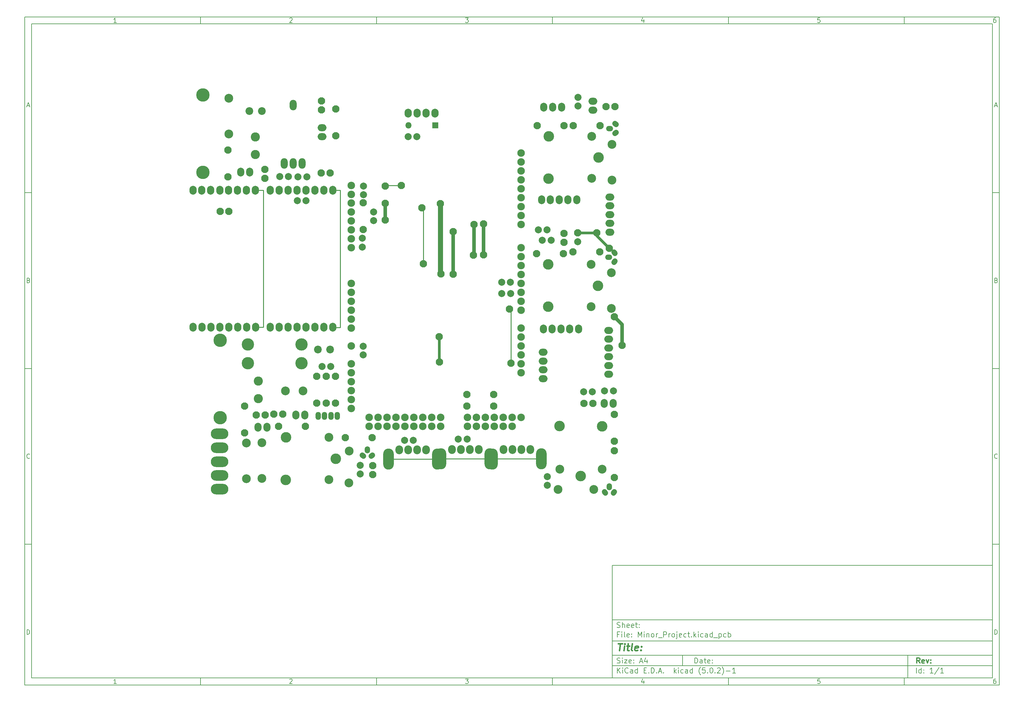
<source format=gbr>
G04 #@! TF.GenerationSoftware,KiCad,Pcbnew,(5.0.2)-1*
G04 #@! TF.CreationDate,2019-08-12T16:14:08+05:45*
G04 #@! TF.ProjectId,Minor_Project,4d696e6f-725f-4507-926f-6a6563742e6b,rev?*
G04 #@! TF.SameCoordinates,Original*
G04 #@! TF.FileFunction,Copper,L1,Top*
G04 #@! TF.FilePolarity,Positive*
%FSLAX46Y46*%
G04 Gerber Fmt 4.6, Leading zero omitted, Abs format (unit mm)*
G04 Created by KiCad (PCBNEW (5.0.2)-1) date 8/12/2019 4:14:08 PM*
%MOMM*%
%LPD*%
G01*
G04 APERTURE LIST*
%ADD10C,0.100000*%
%ADD11C,0.150000*%
%ADD12C,0.300000*%
%ADD13C,0.400000*%
G04 #@! TA.AperFunction,ComponentPad*
%ADD14C,2.100000*%
G04 #@! TD*
G04 #@! TA.AperFunction,ComponentPad*
%ADD15C,2.150000*%
G04 #@! TD*
G04 #@! TA.AperFunction,ComponentPad*
%ADD16O,1.500000X2.300000*%
G04 #@! TD*
G04 #@! TA.AperFunction,ComponentPad*
%ADD17O,3.000000X6.000000*%
G04 #@! TD*
G04 #@! TA.AperFunction,ComponentPad*
%ADD18O,2.200000X2.500000*%
G04 #@! TD*
G04 #@! TA.AperFunction,ComponentPad*
%ADD19C,2.000000*%
G04 #@! TD*
G04 #@! TA.AperFunction,ComponentPad*
%ADD20C,2.500000*%
G04 #@! TD*
G04 #@! TA.AperFunction,ComponentPad*
%ADD21O,5.000000X3.000000*%
G04 #@! TD*
G04 #@! TA.AperFunction,ComponentPad*
%ADD22C,2.200000*%
G04 #@! TD*
G04 #@! TA.AperFunction,ComponentPad*
%ADD23R,1.800000X1.800000*%
G04 #@! TD*
G04 #@! TA.AperFunction,ComponentPad*
%ADD24O,1.800000X1.800000*%
G04 #@! TD*
G04 #@! TA.AperFunction,ComponentPad*
%ADD25C,3.500000*%
G04 #@! TD*
G04 #@! TA.AperFunction,ComponentPad*
%ADD26C,3.810000*%
G04 #@! TD*
G04 #@! TA.AperFunction,ComponentPad*
%ADD27O,2.500000X2.000000*%
G04 #@! TD*
G04 #@! TA.AperFunction,ComponentPad*
%ADD28O,2.000000X2.500000*%
G04 #@! TD*
G04 #@! TA.AperFunction,ComponentPad*
%ADD29C,2.600000*%
G04 #@! TD*
G04 #@! TA.AperFunction,ComponentPad*
%ADD30O,2.000000X1.500000*%
G04 #@! TD*
G04 #@! TA.AperFunction,ComponentPad*
%ADD31C,1.500000*%
G04 #@! TD*
G04 #@! TA.AperFunction,Conductor*
%ADD32C,1.500000*%
G04 #@! TD*
G04 #@! TA.AperFunction,ComponentPad*
%ADD33O,1.500000X2.000000*%
G04 #@! TD*
G04 #@! TA.AperFunction,ComponentPad*
%ADD34C,3.000000*%
G04 #@! TD*
G04 #@! TA.AperFunction,ComponentPad*
%ADD35O,2.000000X3.000000*%
G04 #@! TD*
G04 #@! TA.AperFunction,ComponentPad*
%ADD36O,2.050000X2.500000*%
G04 #@! TD*
G04 #@! TA.AperFunction,ViaPad*
%ADD37C,2.100000*%
G04 #@! TD*
G04 #@! TA.AperFunction,Conductor*
%ADD38C,1.400000*%
G04 #@! TD*
G04 #@! TA.AperFunction,Conductor*
%ADD39C,0.800000*%
G04 #@! TD*
G04 #@! TA.AperFunction,Conductor*
%ADD40C,0.250000*%
G04 #@! TD*
G04 #@! TA.AperFunction,Conductor*
%ADD41C,1.000000*%
G04 #@! TD*
G04 APERTURE END LIST*
D10*
D11*
X177002200Y-166007200D02*
X177002200Y-198007200D01*
X285002200Y-198007200D01*
X285002200Y-166007200D01*
X177002200Y-166007200D01*
D10*
D11*
X10000000Y-10000000D02*
X10000000Y-200007200D01*
X287002200Y-200007200D01*
X287002200Y-10000000D01*
X10000000Y-10000000D01*
D10*
D11*
X12000000Y-12000000D02*
X12000000Y-198007200D01*
X285002200Y-198007200D01*
X285002200Y-12000000D01*
X12000000Y-12000000D01*
D10*
D11*
X60000000Y-12000000D02*
X60000000Y-10000000D01*
D10*
D11*
X110000000Y-12000000D02*
X110000000Y-10000000D01*
D10*
D11*
X160000000Y-12000000D02*
X160000000Y-10000000D01*
D10*
D11*
X210000000Y-12000000D02*
X210000000Y-10000000D01*
D10*
D11*
X260000000Y-12000000D02*
X260000000Y-10000000D01*
D10*
D11*
X36065476Y-11588095D02*
X35322619Y-11588095D01*
X35694047Y-11588095D02*
X35694047Y-10288095D01*
X35570238Y-10473809D01*
X35446428Y-10597619D01*
X35322619Y-10659523D01*
D10*
D11*
X85322619Y-10411904D02*
X85384523Y-10350000D01*
X85508333Y-10288095D01*
X85817857Y-10288095D01*
X85941666Y-10350000D01*
X86003571Y-10411904D01*
X86065476Y-10535714D01*
X86065476Y-10659523D01*
X86003571Y-10845238D01*
X85260714Y-11588095D01*
X86065476Y-11588095D01*
D10*
D11*
X135260714Y-10288095D02*
X136065476Y-10288095D01*
X135632142Y-10783333D01*
X135817857Y-10783333D01*
X135941666Y-10845238D01*
X136003571Y-10907142D01*
X136065476Y-11030952D01*
X136065476Y-11340476D01*
X136003571Y-11464285D01*
X135941666Y-11526190D01*
X135817857Y-11588095D01*
X135446428Y-11588095D01*
X135322619Y-11526190D01*
X135260714Y-11464285D01*
D10*
D11*
X185941666Y-10721428D02*
X185941666Y-11588095D01*
X185632142Y-10226190D02*
X185322619Y-11154761D01*
X186127380Y-11154761D01*
D10*
D11*
X236003571Y-10288095D02*
X235384523Y-10288095D01*
X235322619Y-10907142D01*
X235384523Y-10845238D01*
X235508333Y-10783333D01*
X235817857Y-10783333D01*
X235941666Y-10845238D01*
X236003571Y-10907142D01*
X236065476Y-11030952D01*
X236065476Y-11340476D01*
X236003571Y-11464285D01*
X235941666Y-11526190D01*
X235817857Y-11588095D01*
X235508333Y-11588095D01*
X235384523Y-11526190D01*
X235322619Y-11464285D01*
D10*
D11*
X285941666Y-10288095D02*
X285694047Y-10288095D01*
X285570238Y-10350000D01*
X285508333Y-10411904D01*
X285384523Y-10597619D01*
X285322619Y-10845238D01*
X285322619Y-11340476D01*
X285384523Y-11464285D01*
X285446428Y-11526190D01*
X285570238Y-11588095D01*
X285817857Y-11588095D01*
X285941666Y-11526190D01*
X286003571Y-11464285D01*
X286065476Y-11340476D01*
X286065476Y-11030952D01*
X286003571Y-10907142D01*
X285941666Y-10845238D01*
X285817857Y-10783333D01*
X285570238Y-10783333D01*
X285446428Y-10845238D01*
X285384523Y-10907142D01*
X285322619Y-11030952D01*
D10*
D11*
X60000000Y-198007200D02*
X60000000Y-200007200D01*
D10*
D11*
X110000000Y-198007200D02*
X110000000Y-200007200D01*
D10*
D11*
X160000000Y-198007200D02*
X160000000Y-200007200D01*
D10*
D11*
X210000000Y-198007200D02*
X210000000Y-200007200D01*
D10*
D11*
X260000000Y-198007200D02*
X260000000Y-200007200D01*
D10*
D11*
X36065476Y-199595295D02*
X35322619Y-199595295D01*
X35694047Y-199595295D02*
X35694047Y-198295295D01*
X35570238Y-198481009D01*
X35446428Y-198604819D01*
X35322619Y-198666723D01*
D10*
D11*
X85322619Y-198419104D02*
X85384523Y-198357200D01*
X85508333Y-198295295D01*
X85817857Y-198295295D01*
X85941666Y-198357200D01*
X86003571Y-198419104D01*
X86065476Y-198542914D01*
X86065476Y-198666723D01*
X86003571Y-198852438D01*
X85260714Y-199595295D01*
X86065476Y-199595295D01*
D10*
D11*
X135260714Y-198295295D02*
X136065476Y-198295295D01*
X135632142Y-198790533D01*
X135817857Y-198790533D01*
X135941666Y-198852438D01*
X136003571Y-198914342D01*
X136065476Y-199038152D01*
X136065476Y-199347676D01*
X136003571Y-199471485D01*
X135941666Y-199533390D01*
X135817857Y-199595295D01*
X135446428Y-199595295D01*
X135322619Y-199533390D01*
X135260714Y-199471485D01*
D10*
D11*
X185941666Y-198728628D02*
X185941666Y-199595295D01*
X185632142Y-198233390D02*
X185322619Y-199161961D01*
X186127380Y-199161961D01*
D10*
D11*
X236003571Y-198295295D02*
X235384523Y-198295295D01*
X235322619Y-198914342D01*
X235384523Y-198852438D01*
X235508333Y-198790533D01*
X235817857Y-198790533D01*
X235941666Y-198852438D01*
X236003571Y-198914342D01*
X236065476Y-199038152D01*
X236065476Y-199347676D01*
X236003571Y-199471485D01*
X235941666Y-199533390D01*
X235817857Y-199595295D01*
X235508333Y-199595295D01*
X235384523Y-199533390D01*
X235322619Y-199471485D01*
D10*
D11*
X285941666Y-198295295D02*
X285694047Y-198295295D01*
X285570238Y-198357200D01*
X285508333Y-198419104D01*
X285384523Y-198604819D01*
X285322619Y-198852438D01*
X285322619Y-199347676D01*
X285384523Y-199471485D01*
X285446428Y-199533390D01*
X285570238Y-199595295D01*
X285817857Y-199595295D01*
X285941666Y-199533390D01*
X286003571Y-199471485D01*
X286065476Y-199347676D01*
X286065476Y-199038152D01*
X286003571Y-198914342D01*
X285941666Y-198852438D01*
X285817857Y-198790533D01*
X285570238Y-198790533D01*
X285446428Y-198852438D01*
X285384523Y-198914342D01*
X285322619Y-199038152D01*
D10*
D11*
X10000000Y-60000000D02*
X12000000Y-60000000D01*
D10*
D11*
X10000000Y-110000000D02*
X12000000Y-110000000D01*
D10*
D11*
X10000000Y-160000000D02*
X12000000Y-160000000D01*
D10*
D11*
X10690476Y-35216666D02*
X11309523Y-35216666D01*
X10566666Y-35588095D02*
X11000000Y-34288095D01*
X11433333Y-35588095D01*
D10*
D11*
X11092857Y-84907142D02*
X11278571Y-84969047D01*
X11340476Y-85030952D01*
X11402380Y-85154761D01*
X11402380Y-85340476D01*
X11340476Y-85464285D01*
X11278571Y-85526190D01*
X11154761Y-85588095D01*
X10659523Y-85588095D01*
X10659523Y-84288095D01*
X11092857Y-84288095D01*
X11216666Y-84350000D01*
X11278571Y-84411904D01*
X11340476Y-84535714D01*
X11340476Y-84659523D01*
X11278571Y-84783333D01*
X11216666Y-84845238D01*
X11092857Y-84907142D01*
X10659523Y-84907142D01*
D10*
D11*
X11402380Y-135464285D02*
X11340476Y-135526190D01*
X11154761Y-135588095D01*
X11030952Y-135588095D01*
X10845238Y-135526190D01*
X10721428Y-135402380D01*
X10659523Y-135278571D01*
X10597619Y-135030952D01*
X10597619Y-134845238D01*
X10659523Y-134597619D01*
X10721428Y-134473809D01*
X10845238Y-134350000D01*
X11030952Y-134288095D01*
X11154761Y-134288095D01*
X11340476Y-134350000D01*
X11402380Y-134411904D01*
D10*
D11*
X10659523Y-185588095D02*
X10659523Y-184288095D01*
X10969047Y-184288095D01*
X11154761Y-184350000D01*
X11278571Y-184473809D01*
X11340476Y-184597619D01*
X11402380Y-184845238D01*
X11402380Y-185030952D01*
X11340476Y-185278571D01*
X11278571Y-185402380D01*
X11154761Y-185526190D01*
X10969047Y-185588095D01*
X10659523Y-185588095D01*
D10*
D11*
X287002200Y-60000000D02*
X285002200Y-60000000D01*
D10*
D11*
X287002200Y-110000000D02*
X285002200Y-110000000D01*
D10*
D11*
X287002200Y-160000000D02*
X285002200Y-160000000D01*
D10*
D11*
X285692676Y-35216666D02*
X286311723Y-35216666D01*
X285568866Y-35588095D02*
X286002200Y-34288095D01*
X286435533Y-35588095D01*
D10*
D11*
X286095057Y-84907142D02*
X286280771Y-84969047D01*
X286342676Y-85030952D01*
X286404580Y-85154761D01*
X286404580Y-85340476D01*
X286342676Y-85464285D01*
X286280771Y-85526190D01*
X286156961Y-85588095D01*
X285661723Y-85588095D01*
X285661723Y-84288095D01*
X286095057Y-84288095D01*
X286218866Y-84350000D01*
X286280771Y-84411904D01*
X286342676Y-84535714D01*
X286342676Y-84659523D01*
X286280771Y-84783333D01*
X286218866Y-84845238D01*
X286095057Y-84907142D01*
X285661723Y-84907142D01*
D10*
D11*
X286404580Y-135464285D02*
X286342676Y-135526190D01*
X286156961Y-135588095D01*
X286033152Y-135588095D01*
X285847438Y-135526190D01*
X285723628Y-135402380D01*
X285661723Y-135278571D01*
X285599819Y-135030952D01*
X285599819Y-134845238D01*
X285661723Y-134597619D01*
X285723628Y-134473809D01*
X285847438Y-134350000D01*
X286033152Y-134288095D01*
X286156961Y-134288095D01*
X286342676Y-134350000D01*
X286404580Y-134411904D01*
D10*
D11*
X285661723Y-185588095D02*
X285661723Y-184288095D01*
X285971247Y-184288095D01*
X286156961Y-184350000D01*
X286280771Y-184473809D01*
X286342676Y-184597619D01*
X286404580Y-184845238D01*
X286404580Y-185030952D01*
X286342676Y-185278571D01*
X286280771Y-185402380D01*
X286156961Y-185526190D01*
X285971247Y-185588095D01*
X285661723Y-185588095D01*
D10*
D11*
X200434342Y-193785771D02*
X200434342Y-192285771D01*
X200791485Y-192285771D01*
X201005771Y-192357200D01*
X201148628Y-192500057D01*
X201220057Y-192642914D01*
X201291485Y-192928628D01*
X201291485Y-193142914D01*
X201220057Y-193428628D01*
X201148628Y-193571485D01*
X201005771Y-193714342D01*
X200791485Y-193785771D01*
X200434342Y-193785771D01*
X202577200Y-193785771D02*
X202577200Y-193000057D01*
X202505771Y-192857200D01*
X202362914Y-192785771D01*
X202077200Y-192785771D01*
X201934342Y-192857200D01*
X202577200Y-193714342D02*
X202434342Y-193785771D01*
X202077200Y-193785771D01*
X201934342Y-193714342D01*
X201862914Y-193571485D01*
X201862914Y-193428628D01*
X201934342Y-193285771D01*
X202077200Y-193214342D01*
X202434342Y-193214342D01*
X202577200Y-193142914D01*
X203077200Y-192785771D02*
X203648628Y-192785771D01*
X203291485Y-192285771D02*
X203291485Y-193571485D01*
X203362914Y-193714342D01*
X203505771Y-193785771D01*
X203648628Y-193785771D01*
X204720057Y-193714342D02*
X204577200Y-193785771D01*
X204291485Y-193785771D01*
X204148628Y-193714342D01*
X204077200Y-193571485D01*
X204077200Y-193000057D01*
X204148628Y-192857200D01*
X204291485Y-192785771D01*
X204577200Y-192785771D01*
X204720057Y-192857200D01*
X204791485Y-193000057D01*
X204791485Y-193142914D01*
X204077200Y-193285771D01*
X205434342Y-193642914D02*
X205505771Y-193714342D01*
X205434342Y-193785771D01*
X205362914Y-193714342D01*
X205434342Y-193642914D01*
X205434342Y-193785771D01*
X205434342Y-192857200D02*
X205505771Y-192928628D01*
X205434342Y-193000057D01*
X205362914Y-192928628D01*
X205434342Y-192857200D01*
X205434342Y-193000057D01*
D10*
D11*
X177002200Y-194507200D02*
X285002200Y-194507200D01*
D10*
D11*
X178434342Y-196585771D02*
X178434342Y-195085771D01*
X179291485Y-196585771D02*
X178648628Y-195728628D01*
X179291485Y-195085771D02*
X178434342Y-195942914D01*
X179934342Y-196585771D02*
X179934342Y-195585771D01*
X179934342Y-195085771D02*
X179862914Y-195157200D01*
X179934342Y-195228628D01*
X180005771Y-195157200D01*
X179934342Y-195085771D01*
X179934342Y-195228628D01*
X181505771Y-196442914D02*
X181434342Y-196514342D01*
X181220057Y-196585771D01*
X181077200Y-196585771D01*
X180862914Y-196514342D01*
X180720057Y-196371485D01*
X180648628Y-196228628D01*
X180577200Y-195942914D01*
X180577200Y-195728628D01*
X180648628Y-195442914D01*
X180720057Y-195300057D01*
X180862914Y-195157200D01*
X181077200Y-195085771D01*
X181220057Y-195085771D01*
X181434342Y-195157200D01*
X181505771Y-195228628D01*
X182791485Y-196585771D02*
X182791485Y-195800057D01*
X182720057Y-195657200D01*
X182577200Y-195585771D01*
X182291485Y-195585771D01*
X182148628Y-195657200D01*
X182791485Y-196514342D02*
X182648628Y-196585771D01*
X182291485Y-196585771D01*
X182148628Y-196514342D01*
X182077200Y-196371485D01*
X182077200Y-196228628D01*
X182148628Y-196085771D01*
X182291485Y-196014342D01*
X182648628Y-196014342D01*
X182791485Y-195942914D01*
X184148628Y-196585771D02*
X184148628Y-195085771D01*
X184148628Y-196514342D02*
X184005771Y-196585771D01*
X183720057Y-196585771D01*
X183577200Y-196514342D01*
X183505771Y-196442914D01*
X183434342Y-196300057D01*
X183434342Y-195871485D01*
X183505771Y-195728628D01*
X183577200Y-195657200D01*
X183720057Y-195585771D01*
X184005771Y-195585771D01*
X184148628Y-195657200D01*
X186005771Y-195800057D02*
X186505771Y-195800057D01*
X186720057Y-196585771D02*
X186005771Y-196585771D01*
X186005771Y-195085771D01*
X186720057Y-195085771D01*
X187362914Y-196442914D02*
X187434342Y-196514342D01*
X187362914Y-196585771D01*
X187291485Y-196514342D01*
X187362914Y-196442914D01*
X187362914Y-196585771D01*
X188077200Y-196585771D02*
X188077200Y-195085771D01*
X188434342Y-195085771D01*
X188648628Y-195157200D01*
X188791485Y-195300057D01*
X188862914Y-195442914D01*
X188934342Y-195728628D01*
X188934342Y-195942914D01*
X188862914Y-196228628D01*
X188791485Y-196371485D01*
X188648628Y-196514342D01*
X188434342Y-196585771D01*
X188077200Y-196585771D01*
X189577200Y-196442914D02*
X189648628Y-196514342D01*
X189577200Y-196585771D01*
X189505771Y-196514342D01*
X189577200Y-196442914D01*
X189577200Y-196585771D01*
X190220057Y-196157200D02*
X190934342Y-196157200D01*
X190077200Y-196585771D02*
X190577200Y-195085771D01*
X191077200Y-196585771D01*
X191577200Y-196442914D02*
X191648628Y-196514342D01*
X191577200Y-196585771D01*
X191505771Y-196514342D01*
X191577200Y-196442914D01*
X191577200Y-196585771D01*
X194577200Y-196585771D02*
X194577200Y-195085771D01*
X194720057Y-196014342D02*
X195148628Y-196585771D01*
X195148628Y-195585771D02*
X194577200Y-196157200D01*
X195791485Y-196585771D02*
X195791485Y-195585771D01*
X195791485Y-195085771D02*
X195720057Y-195157200D01*
X195791485Y-195228628D01*
X195862914Y-195157200D01*
X195791485Y-195085771D01*
X195791485Y-195228628D01*
X197148628Y-196514342D02*
X197005771Y-196585771D01*
X196720057Y-196585771D01*
X196577200Y-196514342D01*
X196505771Y-196442914D01*
X196434342Y-196300057D01*
X196434342Y-195871485D01*
X196505771Y-195728628D01*
X196577200Y-195657200D01*
X196720057Y-195585771D01*
X197005771Y-195585771D01*
X197148628Y-195657200D01*
X198434342Y-196585771D02*
X198434342Y-195800057D01*
X198362914Y-195657200D01*
X198220057Y-195585771D01*
X197934342Y-195585771D01*
X197791485Y-195657200D01*
X198434342Y-196514342D02*
X198291485Y-196585771D01*
X197934342Y-196585771D01*
X197791485Y-196514342D01*
X197720057Y-196371485D01*
X197720057Y-196228628D01*
X197791485Y-196085771D01*
X197934342Y-196014342D01*
X198291485Y-196014342D01*
X198434342Y-195942914D01*
X199791485Y-196585771D02*
X199791485Y-195085771D01*
X199791485Y-196514342D02*
X199648628Y-196585771D01*
X199362914Y-196585771D01*
X199220057Y-196514342D01*
X199148628Y-196442914D01*
X199077200Y-196300057D01*
X199077200Y-195871485D01*
X199148628Y-195728628D01*
X199220057Y-195657200D01*
X199362914Y-195585771D01*
X199648628Y-195585771D01*
X199791485Y-195657200D01*
X202077200Y-197157200D02*
X202005771Y-197085771D01*
X201862914Y-196871485D01*
X201791485Y-196728628D01*
X201720057Y-196514342D01*
X201648628Y-196157200D01*
X201648628Y-195871485D01*
X201720057Y-195514342D01*
X201791485Y-195300057D01*
X201862914Y-195157200D01*
X202005771Y-194942914D01*
X202077200Y-194871485D01*
X203362914Y-195085771D02*
X202648628Y-195085771D01*
X202577200Y-195800057D01*
X202648628Y-195728628D01*
X202791485Y-195657200D01*
X203148628Y-195657200D01*
X203291485Y-195728628D01*
X203362914Y-195800057D01*
X203434342Y-195942914D01*
X203434342Y-196300057D01*
X203362914Y-196442914D01*
X203291485Y-196514342D01*
X203148628Y-196585771D01*
X202791485Y-196585771D01*
X202648628Y-196514342D01*
X202577200Y-196442914D01*
X204077200Y-196442914D02*
X204148628Y-196514342D01*
X204077200Y-196585771D01*
X204005771Y-196514342D01*
X204077200Y-196442914D01*
X204077200Y-196585771D01*
X205077200Y-195085771D02*
X205220057Y-195085771D01*
X205362914Y-195157200D01*
X205434342Y-195228628D01*
X205505771Y-195371485D01*
X205577200Y-195657200D01*
X205577200Y-196014342D01*
X205505771Y-196300057D01*
X205434342Y-196442914D01*
X205362914Y-196514342D01*
X205220057Y-196585771D01*
X205077200Y-196585771D01*
X204934342Y-196514342D01*
X204862914Y-196442914D01*
X204791485Y-196300057D01*
X204720057Y-196014342D01*
X204720057Y-195657200D01*
X204791485Y-195371485D01*
X204862914Y-195228628D01*
X204934342Y-195157200D01*
X205077200Y-195085771D01*
X206220057Y-196442914D02*
X206291485Y-196514342D01*
X206220057Y-196585771D01*
X206148628Y-196514342D01*
X206220057Y-196442914D01*
X206220057Y-196585771D01*
X206862914Y-195228628D02*
X206934342Y-195157200D01*
X207077200Y-195085771D01*
X207434342Y-195085771D01*
X207577200Y-195157200D01*
X207648628Y-195228628D01*
X207720057Y-195371485D01*
X207720057Y-195514342D01*
X207648628Y-195728628D01*
X206791485Y-196585771D01*
X207720057Y-196585771D01*
X208220057Y-197157200D02*
X208291485Y-197085771D01*
X208434342Y-196871485D01*
X208505771Y-196728628D01*
X208577200Y-196514342D01*
X208648628Y-196157200D01*
X208648628Y-195871485D01*
X208577200Y-195514342D01*
X208505771Y-195300057D01*
X208434342Y-195157200D01*
X208291485Y-194942914D01*
X208220057Y-194871485D01*
X209362914Y-196014342D02*
X210505771Y-196014342D01*
X212005771Y-196585771D02*
X211148628Y-196585771D01*
X211577200Y-196585771D02*
X211577200Y-195085771D01*
X211434342Y-195300057D01*
X211291485Y-195442914D01*
X211148628Y-195514342D01*
D10*
D11*
X177002200Y-191507200D02*
X285002200Y-191507200D01*
D10*
D12*
X264411485Y-193785771D02*
X263911485Y-193071485D01*
X263554342Y-193785771D02*
X263554342Y-192285771D01*
X264125771Y-192285771D01*
X264268628Y-192357200D01*
X264340057Y-192428628D01*
X264411485Y-192571485D01*
X264411485Y-192785771D01*
X264340057Y-192928628D01*
X264268628Y-193000057D01*
X264125771Y-193071485D01*
X263554342Y-193071485D01*
X265625771Y-193714342D02*
X265482914Y-193785771D01*
X265197200Y-193785771D01*
X265054342Y-193714342D01*
X264982914Y-193571485D01*
X264982914Y-193000057D01*
X265054342Y-192857200D01*
X265197200Y-192785771D01*
X265482914Y-192785771D01*
X265625771Y-192857200D01*
X265697200Y-193000057D01*
X265697200Y-193142914D01*
X264982914Y-193285771D01*
X266197200Y-192785771D02*
X266554342Y-193785771D01*
X266911485Y-192785771D01*
X267482914Y-193642914D02*
X267554342Y-193714342D01*
X267482914Y-193785771D01*
X267411485Y-193714342D01*
X267482914Y-193642914D01*
X267482914Y-193785771D01*
X267482914Y-192857200D02*
X267554342Y-192928628D01*
X267482914Y-193000057D01*
X267411485Y-192928628D01*
X267482914Y-192857200D01*
X267482914Y-193000057D01*
D10*
D11*
X178362914Y-193714342D02*
X178577200Y-193785771D01*
X178934342Y-193785771D01*
X179077200Y-193714342D01*
X179148628Y-193642914D01*
X179220057Y-193500057D01*
X179220057Y-193357200D01*
X179148628Y-193214342D01*
X179077200Y-193142914D01*
X178934342Y-193071485D01*
X178648628Y-193000057D01*
X178505771Y-192928628D01*
X178434342Y-192857200D01*
X178362914Y-192714342D01*
X178362914Y-192571485D01*
X178434342Y-192428628D01*
X178505771Y-192357200D01*
X178648628Y-192285771D01*
X179005771Y-192285771D01*
X179220057Y-192357200D01*
X179862914Y-193785771D02*
X179862914Y-192785771D01*
X179862914Y-192285771D02*
X179791485Y-192357200D01*
X179862914Y-192428628D01*
X179934342Y-192357200D01*
X179862914Y-192285771D01*
X179862914Y-192428628D01*
X180434342Y-192785771D02*
X181220057Y-192785771D01*
X180434342Y-193785771D01*
X181220057Y-193785771D01*
X182362914Y-193714342D02*
X182220057Y-193785771D01*
X181934342Y-193785771D01*
X181791485Y-193714342D01*
X181720057Y-193571485D01*
X181720057Y-193000057D01*
X181791485Y-192857200D01*
X181934342Y-192785771D01*
X182220057Y-192785771D01*
X182362914Y-192857200D01*
X182434342Y-193000057D01*
X182434342Y-193142914D01*
X181720057Y-193285771D01*
X183077200Y-193642914D02*
X183148628Y-193714342D01*
X183077200Y-193785771D01*
X183005771Y-193714342D01*
X183077200Y-193642914D01*
X183077200Y-193785771D01*
X183077200Y-192857200D02*
X183148628Y-192928628D01*
X183077200Y-193000057D01*
X183005771Y-192928628D01*
X183077200Y-192857200D01*
X183077200Y-193000057D01*
X184862914Y-193357200D02*
X185577200Y-193357200D01*
X184720057Y-193785771D02*
X185220057Y-192285771D01*
X185720057Y-193785771D01*
X186862914Y-192785771D02*
X186862914Y-193785771D01*
X186505771Y-192214342D02*
X186148628Y-193285771D01*
X187077200Y-193285771D01*
D10*
D11*
X263434342Y-196585771D02*
X263434342Y-195085771D01*
X264791485Y-196585771D02*
X264791485Y-195085771D01*
X264791485Y-196514342D02*
X264648628Y-196585771D01*
X264362914Y-196585771D01*
X264220057Y-196514342D01*
X264148628Y-196442914D01*
X264077200Y-196300057D01*
X264077200Y-195871485D01*
X264148628Y-195728628D01*
X264220057Y-195657200D01*
X264362914Y-195585771D01*
X264648628Y-195585771D01*
X264791485Y-195657200D01*
X265505771Y-196442914D02*
X265577200Y-196514342D01*
X265505771Y-196585771D01*
X265434342Y-196514342D01*
X265505771Y-196442914D01*
X265505771Y-196585771D01*
X265505771Y-195657200D02*
X265577200Y-195728628D01*
X265505771Y-195800057D01*
X265434342Y-195728628D01*
X265505771Y-195657200D01*
X265505771Y-195800057D01*
X268148628Y-196585771D02*
X267291485Y-196585771D01*
X267720057Y-196585771D02*
X267720057Y-195085771D01*
X267577200Y-195300057D01*
X267434342Y-195442914D01*
X267291485Y-195514342D01*
X269862914Y-195014342D02*
X268577200Y-196942914D01*
X271148628Y-196585771D02*
X270291485Y-196585771D01*
X270720057Y-196585771D02*
X270720057Y-195085771D01*
X270577200Y-195300057D01*
X270434342Y-195442914D01*
X270291485Y-195514342D01*
D10*
D11*
X177002200Y-187507200D02*
X285002200Y-187507200D01*
D10*
D13*
X178714580Y-188211961D02*
X179857438Y-188211961D01*
X179036009Y-190211961D02*
X179286009Y-188211961D01*
X180274104Y-190211961D02*
X180440771Y-188878628D01*
X180524104Y-188211961D02*
X180416961Y-188307200D01*
X180500295Y-188402438D01*
X180607438Y-188307200D01*
X180524104Y-188211961D01*
X180500295Y-188402438D01*
X181107438Y-188878628D02*
X181869342Y-188878628D01*
X181476485Y-188211961D02*
X181262200Y-189926247D01*
X181333628Y-190116723D01*
X181512200Y-190211961D01*
X181702676Y-190211961D01*
X182655057Y-190211961D02*
X182476485Y-190116723D01*
X182405057Y-189926247D01*
X182619342Y-188211961D01*
X184190771Y-190116723D02*
X183988390Y-190211961D01*
X183607438Y-190211961D01*
X183428866Y-190116723D01*
X183357438Y-189926247D01*
X183452676Y-189164342D01*
X183571723Y-188973866D01*
X183774104Y-188878628D01*
X184155057Y-188878628D01*
X184333628Y-188973866D01*
X184405057Y-189164342D01*
X184381247Y-189354819D01*
X183405057Y-189545295D01*
X185155057Y-190021485D02*
X185238390Y-190116723D01*
X185131247Y-190211961D01*
X185047914Y-190116723D01*
X185155057Y-190021485D01*
X185131247Y-190211961D01*
X185286009Y-188973866D02*
X185369342Y-189069104D01*
X185262200Y-189164342D01*
X185178866Y-189069104D01*
X185286009Y-188973866D01*
X185262200Y-189164342D01*
D10*
D11*
X178934342Y-185600057D02*
X178434342Y-185600057D01*
X178434342Y-186385771D02*
X178434342Y-184885771D01*
X179148628Y-184885771D01*
X179720057Y-186385771D02*
X179720057Y-185385771D01*
X179720057Y-184885771D02*
X179648628Y-184957200D01*
X179720057Y-185028628D01*
X179791485Y-184957200D01*
X179720057Y-184885771D01*
X179720057Y-185028628D01*
X180648628Y-186385771D02*
X180505771Y-186314342D01*
X180434342Y-186171485D01*
X180434342Y-184885771D01*
X181791485Y-186314342D02*
X181648628Y-186385771D01*
X181362914Y-186385771D01*
X181220057Y-186314342D01*
X181148628Y-186171485D01*
X181148628Y-185600057D01*
X181220057Y-185457200D01*
X181362914Y-185385771D01*
X181648628Y-185385771D01*
X181791485Y-185457200D01*
X181862914Y-185600057D01*
X181862914Y-185742914D01*
X181148628Y-185885771D01*
X182505771Y-186242914D02*
X182577200Y-186314342D01*
X182505771Y-186385771D01*
X182434342Y-186314342D01*
X182505771Y-186242914D01*
X182505771Y-186385771D01*
X182505771Y-185457200D02*
X182577200Y-185528628D01*
X182505771Y-185600057D01*
X182434342Y-185528628D01*
X182505771Y-185457200D01*
X182505771Y-185600057D01*
X184362914Y-186385771D02*
X184362914Y-184885771D01*
X184862914Y-185957200D01*
X185362914Y-184885771D01*
X185362914Y-186385771D01*
X186077200Y-186385771D02*
X186077200Y-185385771D01*
X186077200Y-184885771D02*
X186005771Y-184957200D01*
X186077200Y-185028628D01*
X186148628Y-184957200D01*
X186077200Y-184885771D01*
X186077200Y-185028628D01*
X186791485Y-185385771D02*
X186791485Y-186385771D01*
X186791485Y-185528628D02*
X186862914Y-185457200D01*
X187005771Y-185385771D01*
X187220057Y-185385771D01*
X187362914Y-185457200D01*
X187434342Y-185600057D01*
X187434342Y-186385771D01*
X188362914Y-186385771D02*
X188220057Y-186314342D01*
X188148628Y-186242914D01*
X188077200Y-186100057D01*
X188077200Y-185671485D01*
X188148628Y-185528628D01*
X188220057Y-185457200D01*
X188362914Y-185385771D01*
X188577200Y-185385771D01*
X188720057Y-185457200D01*
X188791485Y-185528628D01*
X188862914Y-185671485D01*
X188862914Y-186100057D01*
X188791485Y-186242914D01*
X188720057Y-186314342D01*
X188577200Y-186385771D01*
X188362914Y-186385771D01*
X189505771Y-186385771D02*
X189505771Y-185385771D01*
X189505771Y-185671485D02*
X189577200Y-185528628D01*
X189648628Y-185457200D01*
X189791485Y-185385771D01*
X189934342Y-185385771D01*
X190077200Y-186528628D02*
X191220057Y-186528628D01*
X191577200Y-186385771D02*
X191577200Y-184885771D01*
X192148628Y-184885771D01*
X192291485Y-184957200D01*
X192362914Y-185028628D01*
X192434342Y-185171485D01*
X192434342Y-185385771D01*
X192362914Y-185528628D01*
X192291485Y-185600057D01*
X192148628Y-185671485D01*
X191577200Y-185671485D01*
X193077200Y-186385771D02*
X193077200Y-185385771D01*
X193077200Y-185671485D02*
X193148628Y-185528628D01*
X193220057Y-185457200D01*
X193362914Y-185385771D01*
X193505771Y-185385771D01*
X194220057Y-186385771D02*
X194077200Y-186314342D01*
X194005771Y-186242914D01*
X193934342Y-186100057D01*
X193934342Y-185671485D01*
X194005771Y-185528628D01*
X194077200Y-185457200D01*
X194220057Y-185385771D01*
X194434342Y-185385771D01*
X194577200Y-185457200D01*
X194648628Y-185528628D01*
X194720057Y-185671485D01*
X194720057Y-186100057D01*
X194648628Y-186242914D01*
X194577200Y-186314342D01*
X194434342Y-186385771D01*
X194220057Y-186385771D01*
X195362914Y-185385771D02*
X195362914Y-186671485D01*
X195291485Y-186814342D01*
X195148628Y-186885771D01*
X195077200Y-186885771D01*
X195362914Y-184885771D02*
X195291485Y-184957200D01*
X195362914Y-185028628D01*
X195434342Y-184957200D01*
X195362914Y-184885771D01*
X195362914Y-185028628D01*
X196648628Y-186314342D02*
X196505771Y-186385771D01*
X196220057Y-186385771D01*
X196077200Y-186314342D01*
X196005771Y-186171485D01*
X196005771Y-185600057D01*
X196077200Y-185457200D01*
X196220057Y-185385771D01*
X196505771Y-185385771D01*
X196648628Y-185457200D01*
X196720057Y-185600057D01*
X196720057Y-185742914D01*
X196005771Y-185885771D01*
X198005771Y-186314342D02*
X197862914Y-186385771D01*
X197577200Y-186385771D01*
X197434342Y-186314342D01*
X197362914Y-186242914D01*
X197291485Y-186100057D01*
X197291485Y-185671485D01*
X197362914Y-185528628D01*
X197434342Y-185457200D01*
X197577200Y-185385771D01*
X197862914Y-185385771D01*
X198005771Y-185457200D01*
X198434342Y-185385771D02*
X199005771Y-185385771D01*
X198648628Y-184885771D02*
X198648628Y-186171485D01*
X198720057Y-186314342D01*
X198862914Y-186385771D01*
X199005771Y-186385771D01*
X199505771Y-186242914D02*
X199577200Y-186314342D01*
X199505771Y-186385771D01*
X199434342Y-186314342D01*
X199505771Y-186242914D01*
X199505771Y-186385771D01*
X200220057Y-186385771D02*
X200220057Y-184885771D01*
X200362914Y-185814342D02*
X200791485Y-186385771D01*
X200791485Y-185385771D02*
X200220057Y-185957200D01*
X201434342Y-186385771D02*
X201434342Y-185385771D01*
X201434342Y-184885771D02*
X201362914Y-184957200D01*
X201434342Y-185028628D01*
X201505771Y-184957200D01*
X201434342Y-184885771D01*
X201434342Y-185028628D01*
X202791485Y-186314342D02*
X202648628Y-186385771D01*
X202362914Y-186385771D01*
X202220057Y-186314342D01*
X202148628Y-186242914D01*
X202077200Y-186100057D01*
X202077200Y-185671485D01*
X202148628Y-185528628D01*
X202220057Y-185457200D01*
X202362914Y-185385771D01*
X202648628Y-185385771D01*
X202791485Y-185457200D01*
X204077200Y-186385771D02*
X204077200Y-185600057D01*
X204005771Y-185457200D01*
X203862914Y-185385771D01*
X203577200Y-185385771D01*
X203434342Y-185457200D01*
X204077200Y-186314342D02*
X203934342Y-186385771D01*
X203577200Y-186385771D01*
X203434342Y-186314342D01*
X203362914Y-186171485D01*
X203362914Y-186028628D01*
X203434342Y-185885771D01*
X203577200Y-185814342D01*
X203934342Y-185814342D01*
X204077200Y-185742914D01*
X205434342Y-186385771D02*
X205434342Y-184885771D01*
X205434342Y-186314342D02*
X205291485Y-186385771D01*
X205005771Y-186385771D01*
X204862914Y-186314342D01*
X204791485Y-186242914D01*
X204720057Y-186100057D01*
X204720057Y-185671485D01*
X204791485Y-185528628D01*
X204862914Y-185457200D01*
X205005771Y-185385771D01*
X205291485Y-185385771D01*
X205434342Y-185457200D01*
X205791485Y-186528628D02*
X206934342Y-186528628D01*
X207291485Y-185385771D02*
X207291485Y-186885771D01*
X207291485Y-185457200D02*
X207434342Y-185385771D01*
X207720057Y-185385771D01*
X207862914Y-185457200D01*
X207934342Y-185528628D01*
X208005771Y-185671485D01*
X208005771Y-186100057D01*
X207934342Y-186242914D01*
X207862914Y-186314342D01*
X207720057Y-186385771D01*
X207434342Y-186385771D01*
X207291485Y-186314342D01*
X209291485Y-186314342D02*
X209148628Y-186385771D01*
X208862914Y-186385771D01*
X208720057Y-186314342D01*
X208648628Y-186242914D01*
X208577200Y-186100057D01*
X208577200Y-185671485D01*
X208648628Y-185528628D01*
X208720057Y-185457200D01*
X208862914Y-185385771D01*
X209148628Y-185385771D01*
X209291485Y-185457200D01*
X209934342Y-186385771D02*
X209934342Y-184885771D01*
X209934342Y-185457200D02*
X210077200Y-185385771D01*
X210362914Y-185385771D01*
X210505771Y-185457200D01*
X210577200Y-185528628D01*
X210648628Y-185671485D01*
X210648628Y-186100057D01*
X210577200Y-186242914D01*
X210505771Y-186314342D01*
X210362914Y-186385771D01*
X210077200Y-186385771D01*
X209934342Y-186314342D01*
D10*
D11*
X177002200Y-181507200D02*
X285002200Y-181507200D01*
D10*
D11*
X178362914Y-183614342D02*
X178577200Y-183685771D01*
X178934342Y-183685771D01*
X179077200Y-183614342D01*
X179148628Y-183542914D01*
X179220057Y-183400057D01*
X179220057Y-183257200D01*
X179148628Y-183114342D01*
X179077200Y-183042914D01*
X178934342Y-182971485D01*
X178648628Y-182900057D01*
X178505771Y-182828628D01*
X178434342Y-182757200D01*
X178362914Y-182614342D01*
X178362914Y-182471485D01*
X178434342Y-182328628D01*
X178505771Y-182257200D01*
X178648628Y-182185771D01*
X179005771Y-182185771D01*
X179220057Y-182257200D01*
X179862914Y-183685771D02*
X179862914Y-182185771D01*
X180505771Y-183685771D02*
X180505771Y-182900057D01*
X180434342Y-182757200D01*
X180291485Y-182685771D01*
X180077200Y-182685771D01*
X179934342Y-182757200D01*
X179862914Y-182828628D01*
X181791485Y-183614342D02*
X181648628Y-183685771D01*
X181362914Y-183685771D01*
X181220057Y-183614342D01*
X181148628Y-183471485D01*
X181148628Y-182900057D01*
X181220057Y-182757200D01*
X181362914Y-182685771D01*
X181648628Y-182685771D01*
X181791485Y-182757200D01*
X181862914Y-182900057D01*
X181862914Y-183042914D01*
X181148628Y-183185771D01*
X183077200Y-183614342D02*
X182934342Y-183685771D01*
X182648628Y-183685771D01*
X182505771Y-183614342D01*
X182434342Y-183471485D01*
X182434342Y-182900057D01*
X182505771Y-182757200D01*
X182648628Y-182685771D01*
X182934342Y-182685771D01*
X183077200Y-182757200D01*
X183148628Y-182900057D01*
X183148628Y-183042914D01*
X182434342Y-183185771D01*
X183577200Y-182685771D02*
X184148628Y-182685771D01*
X183791485Y-182185771D02*
X183791485Y-183471485D01*
X183862914Y-183614342D01*
X184005771Y-183685771D01*
X184148628Y-183685771D01*
X184648628Y-183542914D02*
X184720057Y-183614342D01*
X184648628Y-183685771D01*
X184577200Y-183614342D01*
X184648628Y-183542914D01*
X184648628Y-183685771D01*
X184648628Y-182757200D02*
X184720057Y-182828628D01*
X184648628Y-182900057D01*
X184577200Y-182828628D01*
X184648628Y-182757200D01*
X184648628Y-182900057D01*
D10*
D11*
X197002200Y-191507200D02*
X197002200Y-194507200D01*
D10*
D11*
X261002200Y-191507200D02*
X261002200Y-198007200D01*
D14*
G04 #@! TO.P,C24,2*
G04 #@! TO.N,GND*
X108940000Y-140110000D03*
G04 #@! TO.P,C24,1*
G04 #@! TO.N,+12V*
X108940000Y-137610000D03*
G04 #@! TD*
D15*
G04 #@! TO.P,U2,GND*
G04 #@! TO.N,N/C*
X107874700Y-123862300D03*
X107874700Y-126402300D03*
G04 #@! TO.P,U2,23*
G04 #@! TO.N,/GUN_EEPROM_VCC*
X148514700Y-126402300D03*
G04 #@! TO.P,U2,22*
G04 #@! TO.N,/GUN_TRIGGER*
X148514700Y-123862300D03*
G04 #@! TO.P,U2,VCC*
G04 #@! TO.N,N/C*
X151054700Y-123862300D03*
G04 #@! TO.P,U2,53*
G04 #@! TO.N,/POWER_CUTOFF*
X110414700Y-126402300D03*
G04 #@! TO.P,U2,52*
G04 #@! TO.N,N/C*
X110414700Y-123862300D03*
G04 #@! TO.P,U2,51*
X112954700Y-126402300D03*
G04 #@! TO.P,U2,50*
X112954700Y-123862300D03*
G04 #@! TO.P,U2,49*
X115494700Y-126402300D03*
G04 #@! TO.P,U2,48*
X115494700Y-123862300D03*
G04 #@! TO.P,U2,47*
X118034700Y-126402300D03*
G04 #@! TO.P,U2,46*
X118034700Y-123862300D03*
G04 #@! TO.P,U2,45*
X120574700Y-126402300D03*
G04 #@! TO.P,U2,44*
X120574700Y-123862300D03*
G04 #@! TO.P,U2,43*
X123114700Y-126402300D03*
G04 #@! TO.P,U2,42*
X123114700Y-123862300D03*
G04 #@! TO.P,U2,41*
X125654700Y-126402300D03*
G04 #@! TO.P,U2,40*
X125654700Y-123862300D03*
G04 #@! TO.P,U2,A7*
X102794700Y-98462300D03*
G04 #@! TO.P,U2,A6*
X102794700Y-95922300D03*
G04 #@! TO.P,U2,VIN*
G04 #@! TO.N,/VIN*
X102794700Y-75602300D03*
G04 #@! TO.P,U2,GND2*
G04 #@! TO.N,GND*
X102794700Y-73062300D03*
G04 #@! TO.P,U2,GND1*
X102794700Y-70522300D03*
G04 #@! TO.P,U2,5V1*
G04 #@! TO.N,Net-(R17-Pad1)*
X102794700Y-67982300D03*
G04 #@! TO.P,U2,3V3*
G04 #@! TO.N,+3V3*
X102794700Y-65442300D03*
G04 #@! TO.P,U2,RST1*
G04 #@! TO.N,/RESET*
X102794700Y-62902300D03*
G04 #@! TO.P,U2,19*
G04 #@! TO.N,/RX1*
X151054700Y-111162300D03*
G04 #@! TO.P,U2,18*
G04 #@! TO.N,/TX1*
X151054700Y-108622300D03*
G04 #@! TO.P,U2,17*
G04 #@! TO.N,/RX2*
X151054700Y-106082300D03*
G04 #@! TO.P,U2,16*
G04 #@! TO.N,/TX2*
X151054700Y-103542300D03*
G04 #@! TO.P,U2,15*
G04 #@! TO.N,/PI_RX*
X151054700Y-101002300D03*
G04 #@! TO.P,U2,14*
G04 #@! TO.N,/PI_TX*
X151054700Y-98462300D03*
G04 #@! TO.P,U2,0*
G04 #@! TO.N,N/C*
X151054700Y-93382300D03*
G04 #@! TO.P,U2,1*
X151054700Y-90842300D03*
G04 #@! TO.P,U2,2*
G04 #@! TO.N,/PI_INT2*
X151054700Y-88302300D03*
G04 #@! TO.P,U2,3*
G04 #@! TO.N,/PI_INT1*
X151054700Y-85762300D03*
G04 #@! TO.P,U2,4*
G04 #@! TO.N,N/C*
X151054700Y-83222300D03*
G04 #@! TO.P,U2,5*
G04 #@! TO.N,/BP_MEASURE*
X151054700Y-80682300D03*
G04 #@! TO.P,U2,6*
G04 #@! TO.N,/BP_VCC_TRIGGER*
X151054700Y-78142300D03*
G04 #@! TO.P,U2,7*
G04 #@! TO.N,N/C*
X151054700Y-75602300D03*
G04 #@! TO.P,U2,GND5*
X151054700Y-56298300D03*
G04 #@! TO.P,U2,9*
X151054700Y-68998300D03*
G04 #@! TO.P,U2,10*
G04 #@! TO.N,/L+*
X151054700Y-66458300D03*
G04 #@! TO.P,U2,SCL*
G04 #@! TO.N,N/C*
X151054700Y-48678300D03*
G04 #@! TO.P,U2,SDA*
X151054700Y-51218300D03*
G04 #@! TO.P,U2,AREF*
X151054700Y-53758300D03*
G04 #@! TO.P,U2,13*
G04 #@! TO.N,/BIA_VCC_TRIGGER*
X151054700Y-58838300D03*
G04 #@! TO.P,U2,12*
G04 #@! TO.N,/BIA_TRIGGER*
X151054700Y-61378300D03*
G04 #@! TO.P,U2,11*
G04 #@! TO.N,/L-*
X151054700Y-63918300D03*
G04 #@! TO.P,U2,A2*
G04 #@! TO.N,N/C*
X102794700Y-85762300D03*
G04 #@! TO.P,U2,A3*
X102794700Y-88302300D03*
G04 #@! TO.P,U2,A4*
X102794700Y-90842300D03*
G04 #@! TO.P,U2,A5*
X102794700Y-93382300D03*
G04 #@! TO.P,U2,A8*
G04 #@! TO.N,/ECG_ADC*
X102794700Y-103542300D03*
G04 #@! TO.P,U2,A10*
G04 #@! TO.N,N/C*
X102794700Y-108622300D03*
G04 #@! TO.P,U2,A11*
G04 #@! TO.N,/POWER_DETECT*
X102794700Y-111162300D03*
G04 #@! TO.P,U2,A12*
G04 #@! TO.N,N/C*
X102794700Y-113702300D03*
G04 #@! TO.P,U2,A13*
G04 #@! TO.N,/B1*
X102794700Y-116242300D03*
G04 #@! TO.P,U2,A14*
G04 #@! TO.N,/G1*
X102794700Y-118782300D03*
G04 #@! TO.P,U2,A15*
G04 #@! TO.N,/R1*
X102794700Y-121322300D03*
G04 #@! TO.P,U2,24*
G04 #@! TO.N,/SDA*
X145974700Y-123862300D03*
G04 #@! TO.P,U2,25*
G04 #@! TO.N,/GUN_VCC_TRIGGER*
X145974700Y-126402300D03*
G04 #@! TO.P,U2,26*
G04 #@! TO.N,/SCL*
X143434700Y-123862300D03*
G04 #@! TO.P,U2,27*
G04 #@! TO.N,N/C*
X143434700Y-126402300D03*
G04 #@! TO.P,U2,28*
X140894700Y-123862300D03*
G04 #@! TO.P,U2,29*
X140894700Y-126402300D03*
G04 #@! TO.P,U2,30*
X138354700Y-123862300D03*
G04 #@! TO.P,U2,31*
X138354700Y-126402300D03*
G04 #@! TO.P,U2,32*
X135814700Y-123862300D03*
G04 #@! TO.P,U2,33*
X135814700Y-126402300D03*
G04 #@! TO.P,U2,38*
X128194700Y-123862300D03*
G04 #@! TO.P,U2,39*
X128194700Y-126402300D03*
G04 #@! TO.P,U2,IORE*
X102782000Y-60502000D03*
G04 #@! TO.P,U2,NC*
X102782000Y-57962000D03*
G04 #@! TD*
D16*
G04 #@! TO.P,D5,4*
G04 #@! TO.N,Net-(D5-Pad4)*
X98870000Y-123460000D03*
G04 #@! TO.P,D5,3*
G04 #@! TO.N,Net-(D5-Pad3)*
X97030000Y-123460000D03*
G04 #@! TO.P,D5,2*
G04 #@! TO.N,Net-(D5-Pad2)*
X95220000Y-123440000D03*
G04 #@! TO.P,D5,1*
G04 #@! TO.N,GND*
X93400000Y-123500000D03*
G04 #@! TD*
D17*
G04 #@! TO.P,J8,5*
G04 #@! TO.N,GND*
X142210000Y-135670000D03*
X128340000Y-135700000D03*
D18*
G04 #@! TO.P,J8,4*
X139040000Y-133050000D03*
G04 #@! TO.P,J8,1*
G04 #@! TO.N,+5V*
X131420000Y-133050000D03*
G04 #@! TO.P,J8,2*
G04 #@! TO.N,N/C*
X133960000Y-133050000D03*
G04 #@! TO.P,J8,3*
X136500000Y-133050000D03*
G04 #@! TD*
D17*
G04 #@! TO.P,J18,5*
G04 #@! TO.N,GND*
X156860000Y-135680000D03*
X142990000Y-135710000D03*
D18*
G04 #@! TO.P,J18,4*
X153690000Y-133060000D03*
G04 #@! TO.P,J18,1*
G04 #@! TO.N,+5V*
X146070000Y-133060000D03*
G04 #@! TO.P,J18,2*
G04 #@! TO.N,N/C*
X148610000Y-133060000D03*
G04 #@! TO.P,J18,3*
X151150000Y-133060000D03*
G04 #@! TD*
D17*
G04 #@! TO.P,J19,5*
G04 #@! TO.N,GND*
X127270000Y-135720000D03*
X113400000Y-135750000D03*
D18*
G04 #@! TO.P,J19,4*
X124100000Y-133100000D03*
G04 #@! TO.P,J19,1*
G04 #@! TO.N,+5V*
X116480000Y-133100000D03*
G04 #@! TO.P,J19,2*
G04 #@! TO.N,N/C*
X119020000Y-133100000D03*
G04 #@! TO.P,J19,3*
X121560000Y-133100000D03*
G04 #@! TD*
D19*
G04 #@! TO.P,C34,1*
G04 #@! TO.N,GND*
X106320000Y-58080000D03*
G04 #@! TO.P,C34,2*
G04 #@! TO.N,/RESET*
X106320000Y-60580000D03*
G04 #@! TD*
D20*
G04 #@! TO.P,D13,2*
G04 #@! TO.N,Net-(D13-Pad2)*
X102200000Y-133500000D03*
G04 #@! TO.P,D13,1*
G04 #@! TO.N,+5V*
X102180000Y-142500000D03*
G04 #@! TD*
D21*
G04 #@! TO.P,J3,1*
G04 #@! TO.N,/POWER_DETECT*
X65390000Y-144320000D03*
G04 #@! TO.P,J3,2*
G04 #@! TO.N,/CUTOFF*
X65390000Y-140370000D03*
G04 #@! TO.P,J3,3*
G04 #@! TO.N,GND*
X65380000Y-136480000D03*
G04 #@! TO.P,J3,4*
G04 #@! TO.N,N/C*
X65380000Y-132530000D03*
G04 #@! TO.P,J3,5*
G04 #@! TO.N,Net-(C1-Pad1)*
X65380000Y-128580000D03*
G04 #@! TD*
D20*
G04 #@! TO.P,C1,2*
G04 #@! TO.N,GND*
X89070000Y-116380000D03*
G04 #@! TO.P,C1,1*
G04 #@! TO.N,Net-(C1-Pad1)*
X84070000Y-116380000D03*
G04 #@! TD*
D19*
G04 #@! TO.P,C2,1*
G04 #@! TO.N,+5V*
X87480000Y-62260000D03*
G04 #@! TO.P,C2,2*
G04 #@! TO.N,GND*
X89980000Y-62260000D03*
G04 #@! TD*
D22*
G04 #@! TO.P,C3,2*
G04 #@! TO.N,GND*
X96820000Y-104550000D03*
G04 #@! TO.P,C3,1*
G04 #@! TO.N,Net-(C22-Pad1)*
X93320000Y-104550000D03*
G04 #@! TD*
D19*
G04 #@! TO.P,C4,2*
G04 #@! TO.N,GND*
X167132000Y-71414000D03*
G04 #@! TO.P,C4,1*
G04 #@! TO.N,/BP_VCC*
X167132000Y-73914000D03*
G04 #@! TD*
G04 #@! TO.P,C6,2*
G04 #@! TO.N,GND*
X105918000Y-72938000D03*
G04 #@! TO.P,C6,1*
G04 #@! TO.N,/VIN*
X105918000Y-75438000D03*
G04 #@! TD*
G04 #@! TO.P,C8,2*
G04 #@! TO.N,GND*
X158480000Y-70590000D03*
G04 #@! TO.P,C8,1*
G04 #@! TO.N,+3V3*
X155980000Y-70590000D03*
G04 #@! TD*
G04 #@! TO.P,C9,1*
G04 #@! TO.N,GND*
X158496000Y-140716000D03*
G04 #@! TO.P,C9,2*
G04 #@! TO.N,+5V*
X158496000Y-143216000D03*
G04 #@! TD*
G04 #@! TO.P,C13,1*
G04 #@! TO.N,GND*
X135750000Y-130100000D03*
G04 #@! TO.P,C13,2*
G04 #@! TO.N,+5V*
X133250000Y-130100000D03*
G04 #@! TD*
G04 #@! TO.P,C14,2*
G04 #@! TO.N,/GUN_EEPROM_VCC*
X168820000Y-116600000D03*
G04 #@! TO.P,C14,1*
G04 #@! TO.N,GND*
X171320000Y-116600000D03*
G04 #@! TD*
G04 #@! TO.P,C15,1*
G04 #@! TO.N,/GUN_VCC*
X177292000Y-116332000D03*
G04 #@! TO.P,C15,2*
G04 #@! TO.N,GND*
X174792000Y-116332000D03*
G04 #@! TD*
G04 #@! TO.P,C16,1*
G04 #@! TO.N,GND*
X167280000Y-32850000D03*
G04 #@! TO.P,C16,2*
G04 #@! TO.N,/BIA_VCC*
X167280000Y-35350000D03*
G04 #@! TD*
G04 #@! TO.P,C21,1*
G04 #@! TO.N,+12V*
X105340000Y-137490000D03*
G04 #@! TO.P,C21,2*
G04 #@! TO.N,GND*
X105340000Y-139990000D03*
G04 #@! TD*
G04 #@! TO.P,C22,1*
G04 #@! TO.N,Net-(C22-Pad1)*
X94490000Y-109380000D03*
G04 #@! TO.P,C22,2*
G04 #@! TO.N,GND*
X96990000Y-109380000D03*
G04 #@! TD*
G04 #@! TO.P,C23,1*
G04 #@! TO.N,+3V3*
X109140000Y-65450000D03*
G04 #@! TO.P,C23,2*
G04 #@! TO.N,GND*
X109140000Y-67950000D03*
G04 #@! TD*
G04 #@! TO.P,C25,2*
G04 #@! TO.N,GND*
X106172000Y-106132000D03*
G04 #@! TO.P,C25,1*
G04 #@! TO.N,/ECG_ADC*
X106172000Y-103632000D03*
G04 #@! TD*
G04 #@! TO.P,C27,1*
G04 #@! TO.N,Net-(C26-Pad1)*
X82475000Y-55400000D03*
G04 #@! TO.P,C27,2*
G04 #@! TO.N,GND*
X84975000Y-55400000D03*
G04 #@! TD*
D14*
G04 #@! TO.P,C28,2*
G04 #@! TO.N,GND*
X68032000Y-65278000D03*
G04 #@! TO.P,C28,1*
G04 #@! TO.N,+5V*
X65532000Y-65278000D03*
G04 #@! TD*
D19*
G04 #@! TO.P,C29,1*
G04 #@! TO.N,+5V*
X121450000Y-44080000D03*
G04 #@! TO.P,C29,2*
G04 #@! TO.N,GND*
X118950000Y-44080000D03*
G04 #@! TD*
G04 #@! TO.P,C30,1*
G04 #@! TO.N,/PI_INT1*
X148060000Y-85490000D03*
G04 #@! TO.P,C30,2*
G04 #@! TO.N,GND*
X145560000Y-85490000D03*
G04 #@! TD*
G04 #@! TO.P,C31,1*
G04 #@! TO.N,/PI_INT2*
X148090000Y-88660000D03*
G04 #@! TO.P,C31,2*
G04 #@! TO.N,GND*
X145590000Y-88660000D03*
G04 #@! TD*
G04 #@! TO.P,C32,2*
G04 #@! TO.N,GND*
X87700000Y-55525000D03*
G04 #@! TO.P,C32,1*
G04 #@! TO.N,/VIN*
X90200000Y-55525000D03*
G04 #@! TD*
G04 #@! TO.P,C33,2*
G04 #@! TO.N,GND*
X120460000Y-130410000D03*
G04 #@! TO.P,C33,1*
G04 #@! TO.N,+5V*
X117960000Y-130410000D03*
G04 #@! TD*
D14*
G04 #@! TO.P,D1,2*
G04 #@! TO.N,Net-(D1-Pad2)*
X94325000Y-36415000D03*
G04 #@! TO.P,D1,1*
G04 #@! TO.N,GND*
X94325000Y-33875000D03*
G04 #@! TD*
G04 #@! TO.P,D2,2*
G04 #@! TO.N,Net-(D2-Pad2)*
X78320000Y-123230000D03*
G04 #@! TO.P,D2,1*
G04 #@! TO.N,GND*
X75780000Y-123230000D03*
G04 #@! TD*
G04 #@! TO.P,D3,1*
G04 #@! TO.N,GND*
X78250000Y-55875000D03*
G04 #@! TO.P,D3,2*
G04 #@! TO.N,Net-(D3-Pad2)*
X78250000Y-53335000D03*
G04 #@! TD*
D20*
G04 #@! TO.P,D4,1*
G04 #@! TO.N,Net-(D4-Pad1)*
X68000000Y-43275000D03*
G04 #@! TO.P,D4,2*
G04 #@! TO.N,Net-(D4-Pad2)*
X68000000Y-33115000D03*
G04 #@! TD*
G04 #@! TO.P,D6,1*
G04 #@! TO.N,+5V*
X176766000Y-92928000D03*
G04 #@! TO.P,D6,2*
G04 #@! TO.N,Net-(D6-Pad2)*
X176766000Y-82768000D03*
G04 #@! TD*
G04 #@! TO.P,D7,1*
G04 #@! TO.N,+5V*
X161590000Y-144370000D03*
G04 #@! TO.P,D7,2*
G04 #@! TO.N,Net-(D7-Pad2)*
X171750000Y-144370000D03*
G04 #@! TD*
G04 #@! TO.P,D8,2*
G04 #@! TO.N,Net-(D8-Pad2)*
X176900000Y-46280000D03*
G04 #@! TO.P,D8,1*
G04 #@! TO.N,+5V*
X176900000Y-56440000D03*
G04 #@! TD*
D14*
G04 #@! TO.P,D9,2*
G04 #@! TO.N,Net-(D9-Pad2)*
X163310000Y-74100000D03*
G04 #@! TO.P,D9,1*
G04 #@! TO.N,GND*
X163310000Y-71560000D03*
G04 #@! TD*
G04 #@! TO.P,D10,1*
G04 #@! TO.N,GND*
X168910000Y-119940000D03*
G04 #@! TO.P,D10,2*
G04 #@! TO.N,Net-(D10-Pad2)*
X171450000Y-119940000D03*
G04 #@! TD*
G04 #@! TO.P,D11,2*
G04 #@! TO.N,Net-(D11-Pad2)*
X175180000Y-35510000D03*
G04 #@! TO.P,D11,1*
G04 #@! TO.N,GND*
X177720000Y-35510000D03*
G04 #@! TD*
D23*
G04 #@! TO.P,D12,1*
G04 #@! TO.N,/TX2*
X126700000Y-40810000D03*
D24*
G04 #@! TO.P,D12,2*
G04 #@! TO.N,GND*
X119080000Y-40810000D03*
G04 #@! TD*
D20*
G04 #@! TO.P,D14,1*
G04 #@! TO.N,/CUTOFF*
X77420000Y-141270000D03*
G04 #@! TO.P,D14,2*
G04 #@! TO.N,Net-(D14-Pad2)*
X77420000Y-131110000D03*
G04 #@! TD*
D25*
G04 #@! TO.P,D15,1*
G04 #@! TO.N,+12V*
X88650000Y-103170000D03*
G04 #@! TO.P,D15,2*
G04 #@! TO.N,Net-(D15-Pad2)*
X73410000Y-103170000D03*
G04 #@! TD*
D14*
G04 #@! TO.P,D16,2*
G04 #@! TO.N,Net-(D16-Pad2)*
X83310000Y-123000000D03*
G04 #@! TO.P,D16,1*
G04 #@! TO.N,GND*
X80770000Y-123000000D03*
G04 #@! TD*
D25*
G04 #@! TO.P,D17,2*
G04 #@! TO.N,Net-(D15-Pad2)*
X73410000Y-108460000D03*
G04 #@! TO.P,D17,1*
G04 #@! TO.N,+12V*
X88650000Y-108460000D03*
G04 #@! TD*
D20*
G04 #@! TO.P,D18,1*
G04 #@! TO.N,/CUTOFF*
X73050000Y-141330000D03*
G04 #@! TO.P,D18,2*
G04 #@! TO.N,GND*
X73050000Y-131170000D03*
G04 #@! TD*
D26*
G04 #@! TO.P,F1,2*
G04 #@! TO.N,Net-(C22-Pad1)*
X65542000Y-123965000D03*
G04 #@! TO.P,F1,1*
G04 #@! TO.N,Net-(D15-Pad2)*
X65542000Y-101994000D03*
G04 #@! TD*
G04 #@! TO.P,F2,2*
G04 #@! TO.N,Net-(C22-Pad1)*
X60647000Y-54185000D03*
G04 #@! TO.P,F2,1*
G04 #@! TO.N,Net-(D4-Pad2)*
X60647000Y-32214000D03*
G04 #@! TD*
D27*
G04 #@! TO.P,J1,5*
G04 #@! TO.N,GND*
X176276000Y-71214000D03*
G04 #@! TO.P,J1,4*
G04 #@! TO.N,/BP_VCC*
X176276000Y-68714000D03*
G04 #@! TO.P,J1,3*
G04 #@! TO.N,/BP_MEASURE*
X176276000Y-66214000D03*
G04 #@! TO.P,J1,2*
G04 #@! TO.N,/SDA*
X176276000Y-63714000D03*
G04 #@! TO.P,J1,1*
G04 #@! TO.N,/SCL*
X176276000Y-61214000D03*
G04 #@! TD*
G04 #@! TO.P,J2,1*
G04 #@! TO.N,/RX1*
X157326000Y-112878000D03*
G04 #@! TO.P,J2,2*
G04 #@! TO.N,/TX1*
X157326000Y-110378000D03*
G04 #@! TO.P,J2,3*
G04 #@! TO.N,GND*
X157326000Y-107878000D03*
G04 #@! TO.P,J2,4*
G04 #@! TO.N,+5V*
X157326000Y-105378000D03*
G04 #@! TD*
D28*
G04 #@! TO.P,J4,1*
G04 #@! TO.N,+3V3*
X166878000Y-61976000D03*
G04 #@! TO.P,J4,2*
G04 #@! TO.N,GND*
X164378000Y-61976000D03*
G04 #@! TO.P,J4,3*
G04 #@! TO.N,/ECG_ADC*
X161878000Y-61976000D03*
G04 #@! TO.P,J4,4*
G04 #@! TO.N,/L+*
X159378000Y-61976000D03*
G04 #@! TO.P,J4,5*
G04 #@! TO.N,/L-*
X156878000Y-61976000D03*
G04 #@! TD*
D27*
G04 #@! TO.P,J5,1*
G04 #@! TO.N,/SCL*
X175970000Y-99160000D03*
G04 #@! TO.P,J5,2*
G04 #@! TO.N,/SDA*
X175970000Y-101660000D03*
G04 #@! TO.P,J5,3*
G04 #@! TO.N,/GUN_TRIGGER*
X175970000Y-104160000D03*
G04 #@! TO.P,J5,4*
G04 #@! TO.N,/GUN_EEPROM_VCC*
X175970000Y-106660000D03*
G04 #@! TO.P,J5,5*
G04 #@! TO.N,GND*
X175970000Y-109160000D03*
G04 #@! TO.P,J5,6*
G04 #@! TO.N,/GUN_VCC*
X175970000Y-111660000D03*
G04 #@! TD*
D19*
G04 #@! TO.P,J6,1*
G04 #@! TO.N,Net-(J6-Pad1)*
X157090000Y-73480000D03*
G04 #@! TO.P,J6,2*
G04 #@! TO.N,Net-(D9-Pad2)*
X159630000Y-73480000D03*
G04 #@! TD*
D28*
G04 #@! TO.P,J7,1*
G04 #@! TO.N,Net-(J7-Pad1)*
X89650000Y-123260000D03*
G04 #@! TO.P,J7,2*
G04 #@! TO.N,Net-(D16-Pad2)*
X87110000Y-123260000D03*
G04 #@! TD*
G04 #@! TO.P,J9,2*
G04 #@! TO.N,Net-(D2-Pad2)*
X78880000Y-126700000D03*
G04 #@! TO.P,J9,1*
G04 #@! TO.N,Net-(J9-Pad1)*
X76340000Y-126700000D03*
G04 #@! TD*
G04 #@! TO.P,J10,1*
G04 #@! TO.N,Net-(D3-Pad2)*
X73950000Y-54150000D03*
G04 #@! TO.P,J10,2*
G04 #@! TO.N,Net-(J10-Pad2)*
X71410000Y-54150000D03*
G04 #@! TD*
G04 #@! TO.P,J11,2*
G04 #@! TO.N,Net-(D10-Pad2)*
X174700000Y-119890000D03*
G04 #@! TO.P,J11,1*
G04 #@! TO.N,Net-(J11-Pad1)*
X177240000Y-119890000D03*
G04 #@! TD*
D27*
G04 #@! TO.P,J13,2*
G04 #@! TO.N,Net-(D11-Pad2)*
X171470000Y-33980000D03*
G04 #@! TO.P,J13,1*
G04 #@! TO.N,Net-(J13-Pad1)*
X171470000Y-36520000D03*
G04 #@! TD*
G04 #@! TO.P,J14,1*
G04 #@! TO.N,Net-(J14-Pad1)*
X94525000Y-41550000D03*
G04 #@! TO.P,J14,2*
G04 #@! TO.N,Net-(D1-Pad2)*
X94525000Y-44090000D03*
G04 #@! TD*
D28*
G04 #@! TO.P,J15,1*
G04 #@! TO.N,GND*
X162550000Y-35650000D03*
G04 #@! TO.P,J15,2*
G04 #@! TO.N,/BIA_VCC*
X160050000Y-35650000D03*
G04 #@! TO.P,J15,3*
G04 #@! TO.N,/BIA_TRIGGER*
X157550000Y-35650000D03*
G04 #@! TD*
G04 #@! TO.P,J17,1*
G04 #@! TO.N,/PI_INT1*
X167386000Y-98708000D03*
G04 #@! TO.P,J17,2*
G04 #@! TO.N,/PI_INT2*
X164886000Y-98708000D03*
G04 #@! TO.P,J17,3*
G04 #@! TO.N,/PI_RX*
X162386000Y-98708000D03*
G04 #@! TO.P,J17,4*
G04 #@! TO.N,/PI_TX*
X159886000Y-98708000D03*
G04 #@! TO.P,J17,5*
G04 #@! TO.N,/RESET*
X157386000Y-98708000D03*
G04 #@! TD*
D29*
G04 #@! TO.P,L1,2*
G04 #@! TO.N,Net-(C22-Pad1)*
X76400000Y-113570000D03*
G04 #@! TO.P,L1,1*
G04 #@! TO.N,Net-(C1-Pad1)*
X76400000Y-118570000D03*
G04 #@! TD*
G04 #@! TO.P,L2,2*
G04 #@! TO.N,Net-(C26-Pad1)*
X75525000Y-44100000D03*
G04 #@! TO.P,L2,1*
G04 #@! TO.N,Net-(D4-Pad1)*
X75525000Y-49100000D03*
G04 #@! TD*
D30*
G04 #@! TO.P,Q1,2*
G04 #@! TO.N,Net-(Q1-Pad2)*
X175996000Y-78348000D03*
D31*
G04 #@! TO.P,Q1,1*
G04 #@! TO.N,Net-(D6-Pad2)*
X177647000Y-79618000D03*
D32*
G04 #@! TD*
G04 #@! TO.N,Net-(D6-Pad2)*
G04 #@! TO.C,Q1*
X177505579Y-79759421D02*
X177788421Y-79476579D01*
D31*
G04 #@! TO.P,Q1,3*
G04 #@! TO.N,GND*
X177647000Y-77078000D03*
D32*
G04 #@! TD*
G04 #@! TO.N,GND*
G04 #@! TO.C,Q1*
X177788421Y-77219421D02*
X177505579Y-76936579D01*
D31*
G04 #@! TO.P,Q2,3*
G04 #@! TO.N,GND*
X177430000Y-145241000D03*
D32*
G04 #@! TD*
G04 #@! TO.N,GND*
G04 #@! TO.C,Q2*
X177288579Y-145382421D02*
X177571421Y-145099579D01*
D31*
G04 #@! TO.P,Q2,1*
G04 #@! TO.N,Net-(D7-Pad2)*
X174890000Y-145241000D03*
D32*
G04 #@! TD*
G04 #@! TO.N,Net-(D7-Pad2)*
G04 #@! TO.C,Q2*
X174748579Y-145099579D02*
X175031421Y-145382421D01*
D33*
G04 #@! TO.P,Q2,2*
G04 #@! TO.N,Net-(Q2-Pad2)*
X176160000Y-143590000D03*
G04 #@! TD*
D31*
G04 #@! TO.P,Q3,3*
G04 #@! TO.N,GND*
X177911000Y-40480000D03*
D32*
G04 #@! TD*
G04 #@! TO.N,GND*
G04 #@! TO.C,Q3*
X178052421Y-40621421D02*
X177769579Y-40338579D01*
D31*
G04 #@! TO.P,Q3,1*
G04 #@! TO.N,Net-(D8-Pad2)*
X177911000Y-43020000D03*
D32*
G04 #@! TD*
G04 #@! TO.N,Net-(D8-Pad2)*
G04 #@! TO.C,Q3*
X177769579Y-43161421D02*
X178052421Y-42878579D01*
D30*
G04 #@! TO.P,Q3,2*
G04 #@! TO.N,Net-(Q3-Pad2)*
X176260000Y-41750000D03*
G04 #@! TD*
D31*
G04 #@! TO.P,Q4,3*
G04 #@! TO.N,GND*
X108660000Y-134801000D03*
D32*
G04 #@! TD*
G04 #@! TO.N,GND*
G04 #@! TO.C,Q4*
X108518579Y-134942421D02*
X108801421Y-134659579D01*
D31*
G04 #@! TO.P,Q4,1*
G04 #@! TO.N,Net-(D13-Pad2)*
X106120000Y-134801000D03*
D32*
G04 #@! TD*
G04 #@! TO.N,Net-(D13-Pad2)*
G04 #@! TO.C,Q4*
X105978579Y-134659579D02*
X106261421Y-134942421D01*
D33*
G04 #@! TO.P,Q4,2*
G04 #@! TO.N,Net-(Q4-Pad2)*
X107390000Y-133150000D03*
G04 #@! TD*
D14*
G04 #@! TO.P,R1,1*
G04 #@! TO.N,/VIN*
X98375000Y-43775000D03*
G04 #@! TO.P,R1,2*
G04 #@! TO.N,Net-(J14-Pad1)*
X98375000Y-36155000D03*
G04 #@! TD*
G04 #@! TO.P,R2,1*
G04 #@! TO.N,Net-(C1-Pad1)*
X72510000Y-120690000D03*
G04 #@! TO.P,R2,2*
G04 #@! TO.N,Net-(J9-Pad1)*
X72510000Y-128310000D03*
G04 #@! TD*
G04 #@! TO.P,R3,1*
G04 #@! TO.N,Net-(J10-Pad2)*
X67750000Y-47900000D03*
G04 #@! TO.P,R3,2*
G04 #@! TO.N,+5V*
X67750000Y-55520000D03*
G04 #@! TD*
G04 #@! TO.P,R4,2*
G04 #@! TO.N,/BP_VCC_TRIGGER*
X165846000Y-76858000D03*
G04 #@! TO.P,R4,1*
G04 #@! TO.N,Net-(Q1-Pad2)*
X173466000Y-76858000D03*
G04 #@! TD*
G04 #@! TO.P,R5,1*
G04 #@! TO.N,Net-(Q2-Pad2)*
X177580000Y-141030000D03*
G04 #@! TO.P,R5,2*
G04 #@! TO.N,/GUN_VCC_TRIGGER*
X177580000Y-133410000D03*
G04 #@! TD*
G04 #@! TO.P,R6,1*
G04 #@! TO.N,Net-(Q3-Pad2)*
X173530000Y-40900000D03*
G04 #@! TO.P,R6,2*
G04 #@! TO.N,/BIA_VCC_TRIGGER*
X165910000Y-40900000D03*
G04 #@! TD*
G04 #@! TO.P,R7,2*
G04 #@! TO.N,/BP_VCC*
X155470000Y-77300000D03*
G04 #@! TO.P,R7,1*
G04 #@! TO.N,Net-(J6-Pad1)*
X163090000Y-77300000D03*
G04 #@! TD*
G04 #@! TO.P,R8,1*
G04 #@! TO.N,Net-(J11-Pad1)*
X177600000Y-130710000D03*
G04 #@! TO.P,R8,2*
G04 #@! TO.N,/GUN_VCC*
X177600000Y-123090000D03*
G04 #@! TD*
G04 #@! TO.P,R9,2*
G04 #@! TO.N,/BIA_VCC*
X155630000Y-40910000D03*
G04 #@! TO.P,R9,1*
G04 #@! TO.N,Net-(J13-Pad1)*
X163250000Y-40910000D03*
G04 #@! TD*
G04 #@! TO.P,R10,1*
G04 #@! TO.N,+5V*
X135636000Y-120650000D03*
G04 #@! TO.P,R10,2*
G04 #@! TO.N,/SCL*
X143256000Y-120650000D03*
G04 #@! TD*
G04 #@! TO.P,R11,2*
G04 #@! TO.N,/SDA*
X143256000Y-117348000D03*
G04 #@! TO.P,R11,1*
G04 #@! TO.N,+5V*
X135636000Y-117348000D03*
G04 #@! TD*
G04 #@! TO.P,R12,1*
G04 #@! TO.N,Net-(Q4-Pad2)*
X101140000Y-129690000D03*
G04 #@! TO.P,R12,2*
G04 #@! TO.N,/POWER_CUTOFF*
X108760000Y-129690000D03*
G04 #@! TD*
G04 #@! TO.P,R13,2*
G04 #@! TO.N,Net-(D14-Pad2)*
X82130000Y-126410000D03*
G04 #@! TO.P,R13,1*
G04 #@! TO.N,Net-(J7-Pad1)*
X89750000Y-126410000D03*
G04 #@! TD*
G04 #@! TO.P,R14,2*
G04 #@! TO.N,/B1*
X98290000Y-112210000D03*
G04 #@! TO.P,R14,1*
G04 #@! TO.N,Net-(D5-Pad4)*
X98290000Y-119830000D03*
G04 #@! TD*
G04 #@! TO.P,R15,1*
G04 #@! TO.N,Net-(D5-Pad3)*
X95670000Y-119850000D03*
G04 #@! TO.P,R15,2*
G04 #@! TO.N,/G1*
X95670000Y-112230000D03*
G04 #@! TD*
G04 #@! TO.P,R16,1*
G04 #@! TO.N,Net-(D5-Pad2)*
X93020000Y-119860000D03*
G04 #@! TO.P,R16,2*
G04 #@! TO.N,/R1*
X93020000Y-112240000D03*
G04 #@! TD*
G04 #@! TO.P,R17,2*
G04 #@! TO.N,/RESET*
X106170000Y-62840000D03*
G04 #@! TO.P,R17,1*
G04 #@! TO.N,Net-(R17-Pad1)*
X106170000Y-70460000D03*
G04 #@! TD*
D34*
G04 #@! TO.P,Rly1,2*
G04 #@! TO.N,+5V*
X172956000Y-86438000D03*
D20*
G04 #@! TO.P,Rly1,5*
X171006000Y-92388000D03*
D34*
G04 #@! TO.P,Rly1,3*
G04 #@! TO.N,N/C*
X158756000Y-92438000D03*
G04 #@! TO.P,Rly1,4*
G04 #@! TO.N,/BP_VCC*
X158806000Y-80388000D03*
D20*
G04 #@! TO.P,Rly1,1*
G04 #@! TO.N,Net-(D6-Pad2)*
X171006000Y-80388000D03*
G04 #@! TD*
D34*
G04 #@! TO.P,Rly2,2*
G04 #@! TO.N,+5V*
X168020000Y-140550000D03*
D20*
G04 #@! TO.P,Rly2,5*
X162070000Y-138600000D03*
D34*
G04 #@! TO.P,Rly2,3*
G04 #@! TO.N,N/C*
X162020000Y-126350000D03*
G04 #@! TO.P,Rly2,4*
G04 #@! TO.N,/GUN_VCC*
X174070000Y-126400000D03*
D20*
G04 #@! TO.P,Rly2,1*
G04 #@! TO.N,Net-(D7-Pad2)*
X174070000Y-138600000D03*
G04 #@! TD*
G04 #@! TO.P,Rly3,1*
G04 #@! TO.N,Net-(D8-Pad2)*
X171140000Y-43940000D03*
D34*
G04 #@! TO.P,Rly3,4*
G04 #@! TO.N,/BIA_VCC*
X158940000Y-43940000D03*
G04 #@! TO.P,Rly3,3*
G04 #@! TO.N,N/C*
X158890000Y-55990000D03*
D20*
G04 #@! TO.P,Rly3,5*
G04 #@! TO.N,+5V*
X171140000Y-55940000D03*
D34*
G04 #@! TO.P,Rly3,2*
G04 #@! TO.N,+12V*
X173090000Y-49990000D03*
G04 #@! TD*
G04 #@! TO.P,Rly4,2*
G04 #@! TO.N,+12V*
X98400000Y-135650000D03*
D20*
G04 #@! TO.P,Rly4,5*
G04 #@! TO.N,+5V*
X96450000Y-141600000D03*
D34*
G04 #@! TO.P,Rly4,3*
G04 #@! TO.N,N/C*
X84200000Y-141650000D03*
G04 #@! TO.P,Rly4,4*
G04 #@! TO.N,Net-(D14-Pad2)*
X84250000Y-129600000D03*
D20*
G04 #@! TO.P,Rly4,1*
G04 #@! TO.N,Net-(D13-Pad2)*
X96450000Y-129600000D03*
G04 #@! TD*
D35*
G04 #@! TO.P,U1,0*
G04 #@! TO.N,N/C*
X86315000Y-35040000D03*
G04 #@! TO.P,U1,1*
G04 #@! TO.N,Net-(C26-Pad1)*
X83775000Y-51700000D03*
G04 #@! TO.P,U1,2*
G04 #@! TO.N,GND*
X86315000Y-51700000D03*
G04 #@! TO.P,U1,3*
G04 #@! TO.N,/VIN*
X88855000Y-51700000D03*
G04 #@! TD*
D36*
G04 #@! TO.P,U3,4*
G04 #@! TO.N,GND*
X75595000Y-59295000D03*
X73055000Y-59295000D03*
X70515000Y-59295000D03*
X67975000Y-59295000D03*
G04 #@! TO.P,U3,3*
G04 #@! TO.N,+5V*
X62895000Y-59295000D03*
X60355000Y-59295000D03*
X57825000Y-59275000D03*
G04 #@! TO.P,U3,2*
G04 #@! TO.N,GND*
X75605000Y-98275000D03*
X73065000Y-98275000D03*
X70525000Y-98275000D03*
X67985000Y-98275000D03*
G04 #@! TO.P,U3,1*
G04 #@! TO.N,+12V*
X65445000Y-98275000D03*
X62905000Y-98275000D03*
X60365000Y-98275000D03*
X57825000Y-98275000D03*
G04 #@! TO.P,U3,3*
G04 #@! TO.N,+5V*
X65455000Y-59295000D03*
G04 #@! TD*
G04 #@! TO.P,U4,3*
G04 #@! TO.N,+5V*
X87405000Y-59295000D03*
G04 #@! TO.P,U4,1*
G04 #@! TO.N,+12V*
X79775000Y-98275000D03*
X82315000Y-98275000D03*
X84855000Y-98275000D03*
X87395000Y-98275000D03*
G04 #@! TO.P,U4,2*
G04 #@! TO.N,GND*
X89935000Y-98275000D03*
X92475000Y-98275000D03*
X95015000Y-98275000D03*
X97555000Y-98275000D03*
G04 #@! TO.P,U4,3*
G04 #@! TO.N,+5V*
X79775000Y-59275000D03*
X82305000Y-59295000D03*
X84845000Y-59295000D03*
G04 #@! TO.P,U4,4*
G04 #@! TO.N,GND*
X89925000Y-59295000D03*
X92465000Y-59295000D03*
X95005000Y-59295000D03*
X97545000Y-59295000D03*
G04 #@! TD*
D14*
G04 #@! TO.P,C5,1*
G04 #@! TO.N,/VIN*
X94275000Y-54400000D03*
G04 #@! TO.P,C5,2*
G04 #@! TO.N,GND*
X96775000Y-54400000D03*
G04 #@! TD*
D22*
G04 #@! TO.P,C26,1*
G04 #@! TO.N,Net-(C26-Pad1)*
X73900000Y-36775000D03*
G04 #@! TO.P,C26,2*
G04 #@! TO.N,GND*
X77400000Y-36775000D03*
G04 #@! TD*
D36*
G04 #@! TO.P,J12,4*
G04 #@! TO.N,+5V*
X119000000Y-37340000D03*
G04 #@! TO.P,J12,3*
G04 #@! TO.N,GND*
X121540000Y-37340000D03*
G04 #@! TO.P,J12,2*
G04 #@! TO.N,/RX2*
X124080000Y-37340000D03*
G04 #@! TO.P,J12,1*
G04 #@! TO.N,/TX2*
X126620000Y-37340000D03*
G04 #@! TD*
D37*
G04 #@! TO.N,+12V*
X128260000Y-83050000D03*
X128155000Y-63140000D03*
X127760000Y-100940000D03*
X127860000Y-108150000D03*
G04 #@! TO.N,GND*
X167132000Y-71414000D03*
X172560000Y-71400000D03*
X176100000Y-75770000D03*
X148160000Y-108500000D03*
X147760000Y-93050000D03*
X117040000Y-57930000D03*
X112430000Y-58090000D03*
G04 #@! TO.N,+5V*
X179760000Y-103420000D03*
X177620000Y-95320000D03*
X123290000Y-80240000D03*
X122920000Y-64330000D03*
G04 #@! TO.N,/ECG_ADC*
X131780000Y-71040000D03*
X131780000Y-83210000D03*
G04 #@! TO.N,/RX2*
X137710000Y-68990000D03*
X137570000Y-77720000D03*
G04 #@! TO.N,/TX2*
X140430000Y-68880000D03*
X140390000Y-77670000D03*
G04 #@! TO.N,/RESET*
X112500000Y-63040000D03*
X112470000Y-67790000D03*
G04 #@! TD*
D38*
G04 #@! TO.N,+12V*
X128260000Y-83050000D02*
X128150000Y-82940000D01*
X128150000Y-82940000D02*
X128155000Y-63140000D01*
D39*
X127760000Y-108050000D02*
X127760000Y-100940000D01*
X127860000Y-108150000D02*
X127760000Y-108050000D01*
G04 #@! TO.N,GND*
X167146000Y-71400000D02*
X172560000Y-71400000D01*
X167146000Y-71400000D02*
X167132000Y-71414000D01*
X172560000Y-72230000D02*
X172560000Y-71400000D01*
X176100000Y-75770000D02*
X172560000Y-72230000D01*
D40*
X113400000Y-135750000D02*
X128290000Y-135750000D01*
X128290000Y-135750000D02*
X128340000Y-135700000D01*
X128340000Y-135700000D02*
X142180000Y-135700000D01*
X142180000Y-135700000D02*
X142210000Y-135670000D01*
X142210000Y-135670000D02*
X156850000Y-135670000D01*
X156850000Y-135670000D02*
X156860000Y-135680000D01*
X75605000Y-98275000D02*
X77785000Y-98275000D01*
X77815000Y-59295000D02*
X75595000Y-59295000D01*
X77840000Y-59320000D02*
X77815000Y-59295000D01*
X77840000Y-98220000D02*
X77840000Y-59320000D01*
X77785000Y-98275000D02*
X77840000Y-98220000D01*
X97545000Y-59295000D02*
X99705000Y-59295000D01*
X97610000Y-98330000D02*
X97555000Y-98275000D01*
X99690000Y-98330000D02*
X97610000Y-98330000D01*
X99720000Y-98300000D02*
X99690000Y-98330000D01*
X99720000Y-59310000D02*
X99720000Y-98300000D01*
X99705000Y-59295000D02*
X99720000Y-59310000D01*
X148160000Y-93450000D02*
X148160000Y-108500000D01*
X147760000Y-93050000D02*
X148160000Y-93450000D01*
X112590000Y-57930000D02*
X117040000Y-57930000D01*
X112430000Y-58090000D02*
X112590000Y-57930000D01*
D41*
G04 #@! TO.N,+5V*
X179760000Y-97460000D02*
X179760000Y-103420000D01*
X177620000Y-95320000D02*
X179760000Y-97460000D01*
D40*
X123300000Y-80230000D02*
X123290000Y-80240000D01*
X123300000Y-64710000D02*
X123300000Y-80230000D01*
X122920000Y-64330000D02*
X123300000Y-64710000D01*
D41*
G04 #@! TO.N,/ECG_ADC*
X131780000Y-83210000D02*
X131780000Y-71040000D01*
G04 #@! TO.N,/RX2*
X137710000Y-77580000D02*
X137710000Y-68990000D01*
X137570000Y-77720000D02*
X137710000Y-77580000D01*
G04 #@! TO.N,/TX2*
X140430000Y-77630000D02*
X140430000Y-68880000D01*
X140390000Y-77670000D02*
X140430000Y-77630000D01*
G04 #@! TO.N,/RESET*
X112500000Y-67760000D02*
X112500000Y-63040000D01*
X112470000Y-67790000D02*
X112500000Y-67760000D01*
G04 #@! TD*
M02*

</source>
